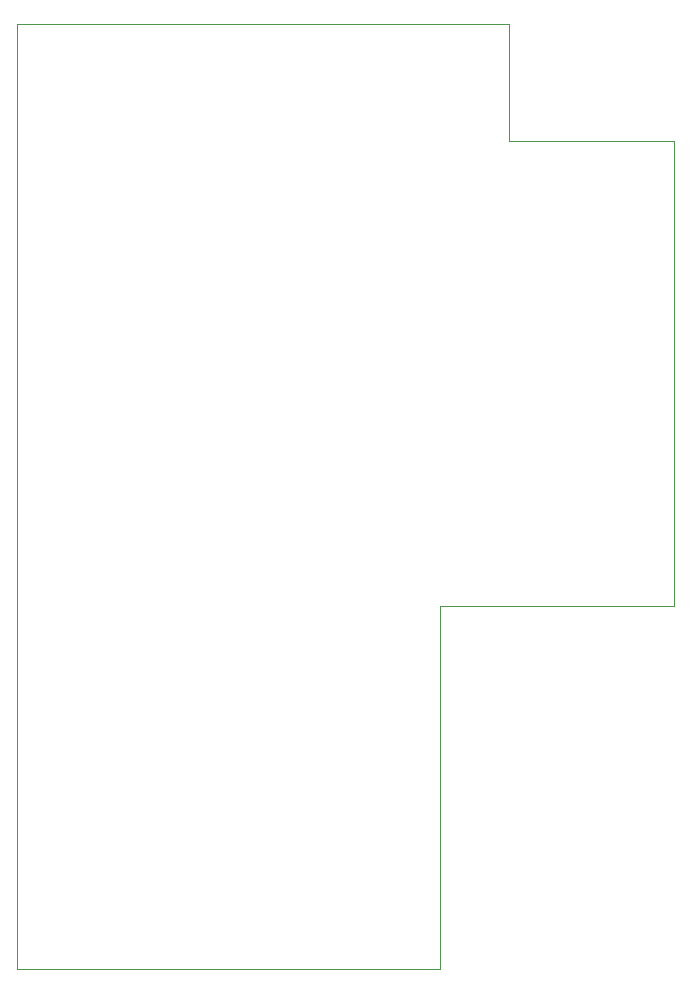
<source format=gbr>
G04 #@! TF.GenerationSoftware,KiCad,Pcbnew,(5.1.5)-3*
G04 #@! TF.CreationDate,2020-06-18T11:59:14-04:00*
G04 #@! TF.ProjectId,red_pitaya_shield,7265645f-7069-4746-9179-615f73686965,rev?*
G04 #@! TF.SameCoordinates,Original*
G04 #@! TF.FileFunction,Profile,NP*
%FSLAX46Y46*%
G04 Gerber Fmt 4.6, Leading zero omitted, Abs format (unit mm)*
G04 Created by KiCad (PCBNEW (5.1.5)-3) date 2020-06-18 11:59:14*
%MOMM*%
%LPD*%
G04 APERTURE LIST*
%ADD10C,0.050000*%
G04 APERTURE END LIST*
D10*
X188722000Y-128016000D02*
X210820000Y-128016000D01*
X188722000Y-126746000D02*
X188722000Y-128016000D01*
X188722000Y-48006000D02*
X188722000Y-126746000D01*
X230378000Y-48006000D02*
X188722000Y-48006000D01*
X230378000Y-57912000D02*
X230378000Y-48006000D01*
X244348000Y-57912000D02*
X230378000Y-57912000D01*
X244348000Y-97282000D02*
X244348000Y-57912000D01*
X224536000Y-97282000D02*
X244348000Y-97282000D01*
X224536000Y-128016000D02*
X224536000Y-97282000D01*
X210820000Y-128016000D02*
X224536000Y-128016000D01*
M02*

</source>
